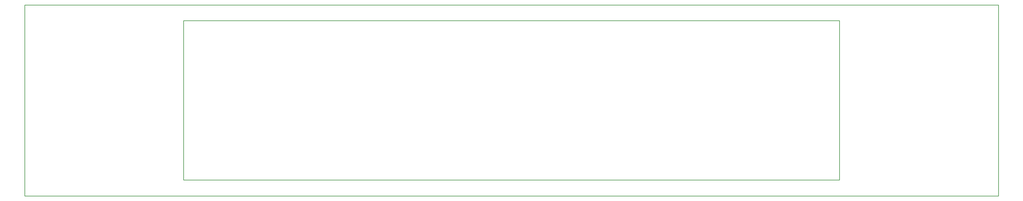
<source format=gko>
G04 Layer: BoardOutlineLayer*
G04 EasyEDA v6.5.29, 2023-07-18 11:26:45*
G04 4de622fa8c6e451e87a0d4283465260b,5a6b42c53f6a479593ecc07194224c93,10*
G04 Gerber Generator version 0.2*
G04 Scale: 100 percent, Rotated: No, Reflected: No *
G04 Dimensions in millimeters *
G04 leading zeros omitted , absolute positions ,4 integer and 5 decimal *
%FSLAX45Y45*%
%MOMM*%

%ADD10C,0.2540*%
D10*
X2794000Y8636000D02*
G01*
X45466000Y8636000D01*
X45466000Y254000D01*
X2794000Y254000D01*
X2794000Y8636000D01*
X9753600Y7950200D02*
G01*
X9753600Y950213D01*
X9753600Y950213D02*
G01*
X38503555Y950213D01*
X38503555Y950213D02*
G01*
X38503555Y7950200D01*
X38503555Y7950200D02*
G01*
X9753600Y7950200D01*

%LPD*%
M02*

</source>
